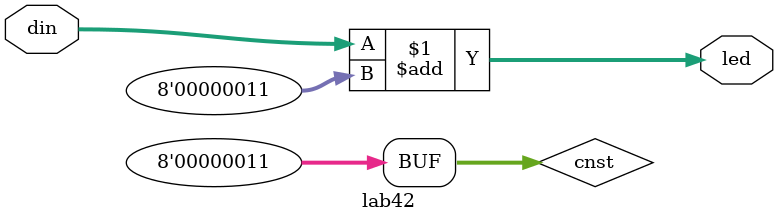
<source format=sv>
`timescale 1ns / 1ps

module lab42(
    input  logic signed [6 : 0] din,
    output logic signed [7 : 0] led
    );

    const logic signed [7 : 0] cnst = 'h03;

    assign led = din + cnst;
    
endmodule

</source>
